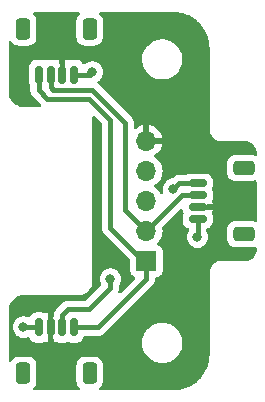
<source format=gbr>
%TF.GenerationSoftware,KiCad,Pcbnew,(6.99.0-2504-g6a9c6e8599)*%
%TF.CreationDate,2023-09-08T01:08:46-07:00*%
%TF.ProjectId,EZO_Qwiic,455a4f5f-5177-4696-9963-2e6b69636164,rev?*%
%TF.SameCoordinates,Original*%
%TF.FileFunction,Copper,L1,Top*%
%TF.FilePolarity,Positive*%
%FSLAX46Y46*%
G04 Gerber Fmt 4.6, Leading zero omitted, Abs format (unit mm)*
G04 Created by KiCad (PCBNEW (6.99.0-2504-g6a9c6e8599)) date 2023-09-08 01:08:46*
%MOMM*%
%LPD*%
G01*
G04 APERTURE LIST*
G04 Aperture macros list*
%AMRoundRect*
0 Rectangle with rounded corners*
0 $1 Rounding radius*
0 $2 $3 $4 $5 $6 $7 $8 $9 X,Y pos of 4 corners*
0 Add a 4 corners polygon primitive as box body*
4,1,4,$2,$3,$4,$5,$6,$7,$8,$9,$2,$3,0*
0 Add four circle primitives for the rounded corners*
1,1,$1+$1,$2,$3*
1,1,$1+$1,$4,$5*
1,1,$1+$1,$6,$7*
1,1,$1+$1,$8,$9*
0 Add four rect primitives between the rounded corners*
20,1,$1+$1,$2,$3,$4,$5,0*
20,1,$1+$1,$4,$5,$6,$7,0*
20,1,$1+$1,$6,$7,$8,$9,0*
20,1,$1+$1,$8,$9,$2,$3,0*%
G04 Aperture macros list end*
%TA.AperFunction,ComponentPad*%
%ADD10R,1.700000X1.700000*%
%TD*%
%TA.AperFunction,ComponentPad*%
%ADD11O,1.700000X1.700000*%
%TD*%
%TA.AperFunction,SMDPad,CuDef*%
%ADD12RoundRect,0.150000X0.625000X-0.150000X0.625000X0.150000X-0.625000X0.150000X-0.625000X-0.150000X0*%
%TD*%
%TA.AperFunction,SMDPad,CuDef*%
%ADD13RoundRect,0.250000X0.650000X-0.350000X0.650000X0.350000X-0.650000X0.350000X-0.650000X-0.350000X0*%
%TD*%
%TA.AperFunction,SMDPad,CuDef*%
%ADD14RoundRect,0.150000X-0.150000X-0.625000X0.150000X-0.625000X0.150000X0.625000X-0.150000X0.625000X0*%
%TD*%
%TA.AperFunction,SMDPad,CuDef*%
%ADD15RoundRect,0.250000X-0.350000X-0.650000X0.350000X-0.650000X0.350000X0.650000X-0.350000X0.650000X0*%
%TD*%
%TA.AperFunction,SMDPad,CuDef*%
%ADD16RoundRect,0.150000X0.150000X0.625000X-0.150000X0.625000X-0.150000X-0.625000X0.150000X-0.625000X0*%
%TD*%
%TA.AperFunction,SMDPad,CuDef*%
%ADD17RoundRect,0.250000X0.350000X0.650000X-0.350000X0.650000X-0.350000X-0.650000X0.350000X-0.650000X0*%
%TD*%
%TA.AperFunction,ViaPad*%
%ADD18C,0.800000*%
%TD*%
%TA.AperFunction,Conductor*%
%ADD19C,0.406400*%
%TD*%
G04 APERTURE END LIST*
D10*
%TO.P,J1,1,Pin_1*%
%TO.N,/SCL*%
X157479999Y-88894999D03*
D11*
%TO.P,J1,2,Pin_2*%
%TO.N,/SDA*%
X157479999Y-86354999D03*
%TO.P,J1,3,Pin_3*%
%TO.N,GND*%
X157479999Y-83814999D03*
%TO.P,J1,4,Pin_4*%
%TO.N,/OFF*%
X157479999Y-81274999D03*
%TO.P,J1,5,Pin_5*%
%TO.N,VCC*%
X157479999Y-78734999D03*
%TD*%
D12*
%TO.P,J4,1,Pin_1*%
%TO.N,GND*%
X161830000Y-85320000D03*
%TO.P,J4,2,Pin_2*%
%TO.N,VCC*%
X161830000Y-84320000D03*
%TO.P,J4,3,Pin_3*%
%TO.N,/SDA*%
X161830000Y-83320000D03*
%TO.P,J4,4,Pin_4*%
%TO.N,/SCL*%
X161830000Y-82320000D03*
D13*
%TO.P,J4,MP*%
%TO.N,N/C*%
X165705000Y-81020000D03*
X165705000Y-86620000D03*
%TD*%
D14*
%TO.P,J3,1,Pin_1*%
%TO.N,GND*%
X148360000Y-94520000D03*
%TO.P,J3,2,Pin_2*%
%TO.N,VCC*%
X149360000Y-94520000D03*
%TO.P,J3,3,Pin_3*%
%TO.N,/SDA*%
X150360000Y-94520000D03*
%TO.P,J3,4,Pin_4*%
%TO.N,/SCL*%
X151360000Y-94520000D03*
D15*
%TO.P,J3,MP*%
%TO.N,N/C*%
X152660000Y-98395000D03*
X147060000Y-98395000D03*
%TD*%
D16*
%TO.P,J2,1,Pin_1*%
%TO.N,GND*%
X151360000Y-73120000D03*
%TO.P,J2,2,Pin_2*%
%TO.N,VCC*%
X150360000Y-73120000D03*
%TO.P,J2,3,Pin_3*%
%TO.N,/SDA*%
X149360000Y-73120000D03*
%TO.P,J2,4,Pin_4*%
%TO.N,/SCL*%
X148360000Y-73120000D03*
D17*
%TO.P,J2,MP*%
%TO.N,N/C*%
X147060000Y-69245000D03*
X152660000Y-69245000D03*
%TD*%
D18*
%TO.N,/SDA*%
X154432000Y-90424000D03*
%TO.N,GND*%
X147066000Y-94488000D03*
X152908000Y-72898000D03*
%TO.N,/SCL*%
X159766000Y-82804000D03*
%TO.N,GND*%
X161798000Y-86868000D03*
%TD*%
D19*
%TO.N,/SDA*%
X154432000Y-91186000D02*
X154432000Y-90424000D01*
X150876000Y-92964000D02*
X150368000Y-93472000D01*
X154432000Y-91186000D02*
X152654000Y-92964000D01*
X152654000Y-92964000D02*
X150876000Y-92964000D01*
X150368000Y-93472000D02*
X150368000Y-93954657D01*
X150368000Y-93954657D02*
X150360000Y-93962657D01*
X150360000Y-93962657D02*
X150360000Y-94520000D01*
%TO.N,GND*%
X147098000Y-94520000D02*
X147066000Y-94488000D01*
X148360000Y-94520000D02*
X147098000Y-94520000D01*
X152686000Y-73120000D02*
X152908000Y-72898000D01*
X151360000Y-73120000D02*
X152686000Y-73120000D01*
%TO.N,/SCL*%
X160250000Y-82320000D02*
X159766000Y-82804000D01*
X161830000Y-82320000D02*
X160250000Y-82320000D01*
%TO.N,/SDA*%
X157480000Y-86355000D02*
X160515000Y-83320000D01*
X160515000Y-83320000D02*
X161830000Y-83320000D01*
%TO.N,GND*%
X161830000Y-86836000D02*
X161798000Y-86868000D01*
X161830000Y-85320000D02*
X161830000Y-86836000D01*
%TO.N,/SCL*%
X153384000Y-94520000D02*
X157480000Y-90424000D01*
X151360000Y-94520000D02*
X153384000Y-94520000D01*
X157480000Y-90424000D02*
X157480000Y-88895000D01*
X148360000Y-73120000D02*
X148360000Y-74446000D01*
X148360000Y-74446000D02*
X149098000Y-75184000D01*
X149098000Y-75184000D02*
X152654000Y-75184000D01*
X152654000Y-75184000D02*
X154432000Y-76962000D01*
X154432000Y-76962000D02*
X154432000Y-86106000D01*
X154432000Y-86106000D02*
X157221000Y-88895000D01*
X157221000Y-88895000D02*
X157480000Y-88895000D01*
%TO.N,/SDA*%
X149360000Y-73120000D02*
X149360000Y-74176000D01*
X155702000Y-77216000D02*
X155702000Y-84577000D01*
X149360000Y-74176000D02*
X149606000Y-74422000D01*
X149606000Y-74422000D02*
X152908000Y-74422000D01*
X152908000Y-74422000D02*
X155702000Y-77216000D01*
X155702000Y-84577000D02*
X157480000Y-86355000D01*
%TD*%
%TA.AperFunction,Conductor*%
%TO.N,VCC*%
G36*
X151775749Y-67840502D02*
G01*
X151822242Y-67894158D01*
X151832346Y-67964432D01*
X151802852Y-68029012D01*
X151796723Y-68035595D01*
X151710970Y-68121348D01*
X151707117Y-68127595D01*
X151707116Y-68127596D01*
X151672431Y-68183829D01*
X151617885Y-68272262D01*
X151615578Y-68279225D01*
X151568232Y-68422109D01*
X151562113Y-68440574D01*
X151561415Y-68447408D01*
X151561414Y-68447412D01*
X151551825Y-68541270D01*
X151551500Y-68544455D01*
X151551501Y-69945544D01*
X151562113Y-70049426D01*
X151617885Y-70217738D01*
X151633210Y-70242584D01*
X151695404Y-70343415D01*
X151710970Y-70368652D01*
X151836348Y-70494030D01*
X151987262Y-70587115D01*
X152050807Y-70608171D01*
X152149048Y-70640725D01*
X152149052Y-70640726D01*
X152155574Y-70642887D01*
X152162408Y-70643585D01*
X152162412Y-70643586D01*
X152256271Y-70653175D01*
X152256277Y-70653175D01*
X152259455Y-70653500D01*
X152659937Y-70653500D01*
X153060544Y-70653499D01*
X153063721Y-70653174D01*
X153063730Y-70653174D01*
X153112467Y-70648195D01*
X153164426Y-70642887D01*
X153332738Y-70587115D01*
X153483652Y-70494030D01*
X153609030Y-70368652D01*
X153624597Y-70343415D01*
X153686790Y-70242584D01*
X153702115Y-70217738D01*
X153757887Y-70049426D01*
X153758611Y-70042348D01*
X153768175Y-69948729D01*
X153768175Y-69948723D01*
X153768500Y-69945545D01*
X153768499Y-68544456D01*
X153767906Y-68538644D01*
X153760353Y-68464716D01*
X153757887Y-68440574D01*
X153702115Y-68272262D01*
X153647569Y-68183829D01*
X153612884Y-68127596D01*
X153612883Y-68127595D01*
X153609030Y-68121348D01*
X153523277Y-68035595D01*
X153489251Y-67973283D01*
X153494316Y-67902468D01*
X153536863Y-67845632D01*
X153603383Y-67820821D01*
X153612372Y-67820500D01*
X159814109Y-67820500D01*
X159820703Y-67820673D01*
X159890711Y-67824342D01*
X159950898Y-67827496D01*
X160131186Y-67837621D01*
X160143828Y-67838974D01*
X160292411Y-67862507D01*
X160293766Y-67862730D01*
X160316135Y-67866530D01*
X160452609Y-67889719D01*
X160464114Y-67892232D01*
X160613014Y-67932129D01*
X160615285Y-67932761D01*
X160766473Y-67976318D01*
X160776745Y-67979762D01*
X160922066Y-68035545D01*
X160925130Y-68036767D01*
X161069064Y-68096386D01*
X161078049Y-68100528D01*
X161217489Y-68171577D01*
X161221234Y-68173566D01*
X161356854Y-68248520D01*
X161364514Y-68253116D01*
X161496217Y-68338645D01*
X161500398Y-68341484D01*
X161614028Y-68422109D01*
X161626454Y-68430926D01*
X161632835Y-68435765D01*
X161754988Y-68534682D01*
X161759645Y-68538644D01*
X161769734Y-68547660D01*
X161874744Y-68641503D01*
X161879879Y-68646359D01*
X161991044Y-68757524D01*
X161995900Y-68762659D01*
X162098751Y-68877749D01*
X162102720Y-68882415D01*
X162201635Y-69004565D01*
X162206476Y-69010947D01*
X162295878Y-69136948D01*
X162298789Y-69141235D01*
X162384284Y-69272885D01*
X162388890Y-69280561D01*
X162463827Y-69416149D01*
X162465806Y-69419877D01*
X162527082Y-69540139D01*
X162536881Y-69559370D01*
X162541023Y-69568355D01*
X162600603Y-69712196D01*
X162601825Y-69715258D01*
X162628642Y-69785117D01*
X162657653Y-69860694D01*
X162661090Y-69870943D01*
X162704633Y-70022083D01*
X162705228Y-70024224D01*
X162730757Y-70119500D01*
X162745175Y-70173309D01*
X162747688Y-70184814D01*
X162761949Y-70268744D01*
X162774636Y-70343415D01*
X162774853Y-70344735D01*
X162777651Y-70362404D01*
X162798430Y-70493602D01*
X162799783Y-70506247D01*
X162809867Y-70685811D01*
X162809892Y-70686282D01*
X162816730Y-70816757D01*
X162816903Y-70823351D01*
X162816903Y-77739986D01*
X162816902Y-77740000D01*
X162816900Y-77740000D01*
X162816900Y-77827533D01*
X162847300Y-77999938D01*
X162849182Y-78005108D01*
X162849182Y-78005109D01*
X162877200Y-78082087D01*
X162907176Y-78164446D01*
X162994708Y-78316056D01*
X163107238Y-78450164D01*
X163241346Y-78562693D01*
X163392957Y-78650226D01*
X163557465Y-78710101D01*
X163562874Y-78711055D01*
X163562875Y-78711055D01*
X163623608Y-78721764D01*
X163729870Y-78740500D01*
X165811896Y-78740500D01*
X165822879Y-78740980D01*
X165862229Y-78744423D01*
X165863596Y-78744550D01*
X165988997Y-78756901D01*
X166009259Y-78760587D01*
X166044015Y-78769900D01*
X166073785Y-78777877D01*
X166077750Y-78779010D01*
X166168814Y-78806634D01*
X166185489Y-78813014D01*
X166251232Y-78843671D01*
X166257377Y-78846743D01*
X166336329Y-78888944D01*
X166349203Y-78896853D01*
X166410251Y-78939599D01*
X166417914Y-78945413D01*
X166485769Y-79001100D01*
X166494931Y-79009404D01*
X166547998Y-79062471D01*
X166556303Y-79071633D01*
X166611988Y-79139486D01*
X166617800Y-79147147D01*
X166660553Y-79208203D01*
X166668458Y-79221072D01*
X166706344Y-79291950D01*
X166710651Y-79300008D01*
X166713724Y-79306154D01*
X166744390Y-79371917D01*
X166750769Y-79388591D01*
X166778381Y-79479615D01*
X166779514Y-79483581D01*
X166796818Y-79548163D01*
X166800503Y-79568419D01*
X166801231Y-79575799D01*
X166812835Y-79693616D01*
X166812942Y-79694765D01*
X166816425Y-79734570D01*
X166816903Y-79745530D01*
X166816903Y-79849510D01*
X166796901Y-79917631D01*
X166743245Y-79964124D01*
X166672971Y-79974228D01*
X166651271Y-79969115D01*
X166515952Y-79924275D01*
X166515948Y-79924274D01*
X166509426Y-79922113D01*
X166502592Y-79921415D01*
X166502588Y-79921414D01*
X166408729Y-79911825D01*
X166408723Y-79911825D01*
X166405545Y-79911500D01*
X165705110Y-79911500D01*
X165004456Y-79911501D01*
X165001279Y-79911826D01*
X165001270Y-79911826D01*
X164955520Y-79916500D01*
X164900574Y-79922113D01*
X164732262Y-79977885D01*
X164581348Y-80070970D01*
X164455970Y-80196348D01*
X164362885Y-80347262D01*
X164307113Y-80515574D01*
X164296500Y-80619455D01*
X164296501Y-81420544D01*
X164307113Y-81524426D01*
X164362885Y-81692738D01*
X164397373Y-81748651D01*
X164450429Y-81834668D01*
X164455970Y-81843652D01*
X164581348Y-81969030D01*
X164732262Y-82062115D01*
X164758729Y-82070885D01*
X164894048Y-82115725D01*
X164894052Y-82115726D01*
X164900574Y-82117887D01*
X164907408Y-82118585D01*
X164907412Y-82118586D01*
X165001271Y-82128175D01*
X165001277Y-82128175D01*
X165004455Y-82128500D01*
X165704890Y-82128500D01*
X166405544Y-82128499D01*
X166408721Y-82128174D01*
X166408730Y-82128174D01*
X166464239Y-82122503D01*
X166509426Y-82117887D01*
X166651271Y-82070885D01*
X166722225Y-82068445D01*
X166783235Y-82104754D01*
X166814931Y-82168283D01*
X166816903Y-82190490D01*
X166816903Y-85449510D01*
X166796901Y-85517631D01*
X166743245Y-85564124D01*
X166672971Y-85574228D01*
X166651271Y-85569115D01*
X166515952Y-85524275D01*
X166515948Y-85524274D01*
X166509426Y-85522113D01*
X166502592Y-85521415D01*
X166502588Y-85521414D01*
X166408729Y-85511825D01*
X166408723Y-85511825D01*
X166405545Y-85511500D01*
X165705110Y-85511500D01*
X165004456Y-85511501D01*
X165001279Y-85511826D01*
X165001270Y-85511826D01*
X164952533Y-85516805D01*
X164900574Y-85522113D01*
X164732262Y-85577885D01*
X164581348Y-85670970D01*
X164455970Y-85796348D01*
X164362885Y-85947262D01*
X164360578Y-85954225D01*
X164310900Y-86104146D01*
X164307113Y-86115574D01*
X164306415Y-86122408D01*
X164306414Y-86122412D01*
X164297144Y-86213147D01*
X164296500Y-86219455D01*
X164296501Y-87020544D01*
X164307113Y-87124426D01*
X164362885Y-87292738D01*
X164455970Y-87443652D01*
X164581348Y-87569030D01*
X164587595Y-87572883D01*
X164587596Y-87572884D01*
X164630765Y-87599511D01*
X164732262Y-87662115D01*
X164795807Y-87683171D01*
X164894048Y-87715725D01*
X164894052Y-87715726D01*
X164900574Y-87717887D01*
X164907408Y-87718585D01*
X164907412Y-87718586D01*
X165001271Y-87728175D01*
X165001277Y-87728175D01*
X165004455Y-87728500D01*
X165704890Y-87728500D01*
X166405544Y-87728499D01*
X166408721Y-87728174D01*
X166408730Y-87728174D01*
X166457467Y-87723195D01*
X166509426Y-87717887D01*
X166651271Y-87670885D01*
X166722225Y-87668445D01*
X166783235Y-87704754D01*
X166814931Y-87768283D01*
X166816903Y-87790490D01*
X166816903Y-87894504D01*
X166816425Y-87905466D01*
X166812971Y-87944940D01*
X166812871Y-87946010D01*
X166800502Y-88071599D01*
X166796818Y-88091850D01*
X166779541Y-88156330D01*
X166778409Y-88160292D01*
X166750765Y-88251426D01*
X166744388Y-88268095D01*
X166713744Y-88333809D01*
X166710679Y-88339939D01*
X166668445Y-88418951D01*
X166660542Y-88431817D01*
X166617825Y-88492824D01*
X166612021Y-88500474D01*
X166556280Y-88568395D01*
X166547975Y-88577557D01*
X166494960Y-88630572D01*
X166485798Y-88638877D01*
X166417878Y-88694617D01*
X166410216Y-88700430D01*
X166349230Y-88743133D01*
X166336356Y-88751042D01*
X166310073Y-88765091D01*
X166257310Y-88793293D01*
X166251171Y-88796362D01*
X166185514Y-88826978D01*
X166168841Y-88833357D01*
X166077626Y-88861027D01*
X166073705Y-88862148D01*
X166009275Y-88879412D01*
X165989018Y-88883097D01*
X165952946Y-88886650D01*
X165863258Y-88895484D01*
X165862001Y-88895601D01*
X165822912Y-88899021D01*
X165811931Y-88899500D01*
X163817304Y-88899500D01*
X163817300Y-88899502D01*
X163817288Y-88899503D01*
X163817154Y-88899503D01*
X163735375Y-88899502D01*
X163729871Y-88899502D01*
X163632119Y-88916739D01*
X163562880Y-88928947D01*
X163562876Y-88928948D01*
X163557466Y-88929902D01*
X163392958Y-88989777D01*
X163388199Y-88992525D01*
X163388196Y-88992526D01*
X163315653Y-89034409D01*
X163241348Y-89077309D01*
X163107240Y-89189838D01*
X162994711Y-89323945D01*
X162907178Y-89475556D01*
X162905297Y-89480724D01*
X162849916Y-89632882D01*
X162847302Y-89640063D01*
X162816903Y-89812468D01*
X162816903Y-96816706D01*
X162816730Y-96823300D01*
X162809937Y-96952919D01*
X162809912Y-96953390D01*
X162808034Y-96986826D01*
X162804109Y-97056736D01*
X162799782Y-97133781D01*
X162798429Y-97146427D01*
X162774904Y-97294958D01*
X162774675Y-97296352D01*
X162769619Y-97326111D01*
X162747681Y-97455228D01*
X162745174Y-97466706D01*
X162705272Y-97615621D01*
X162704659Y-97617825D01*
X162661081Y-97769085D01*
X162657637Y-97779357D01*
X162601877Y-97924617D01*
X162600655Y-97927681D01*
X162541010Y-98071676D01*
X162536868Y-98080661D01*
X162465849Y-98220043D01*
X162463860Y-98223788D01*
X162388870Y-98359474D01*
X162384265Y-98367150D01*
X162298834Y-98498703D01*
X162295921Y-98502992D01*
X162206440Y-98629103D01*
X162201600Y-98635484D01*
X162102770Y-98757529D01*
X162098801Y-98762195D01*
X161995866Y-98877379D01*
X161991010Y-98882514D01*
X161879916Y-98993608D01*
X161874780Y-98998464D01*
X161759604Y-99101391D01*
X161754940Y-99105360D01*
X161632891Y-99204194D01*
X161626509Y-99209034D01*
X161500367Y-99298537D01*
X161496091Y-99301441D01*
X161436891Y-99339886D01*
X161364565Y-99386855D01*
X161356889Y-99391460D01*
X161221160Y-99466474D01*
X161217415Y-99468463D01*
X161078076Y-99539460D01*
X161069091Y-99543602D01*
X160925051Y-99603265D01*
X160921988Y-99604487D01*
X160868408Y-99625055D01*
X160776767Y-99660233D01*
X160766511Y-99663672D01*
X160615111Y-99707290D01*
X160612875Y-99707911D01*
X160583269Y-99715844D01*
X160464144Y-99747763D01*
X160452639Y-99750276D01*
X160293526Y-99777311D01*
X160292131Y-99777540D01*
X160143859Y-99801024D01*
X160131212Y-99802377D01*
X159950090Y-99812548D01*
X159949621Y-99812573D01*
X159820761Y-99819327D01*
X159814166Y-99819500D01*
X153612372Y-99819500D01*
X153544251Y-99799498D01*
X153497758Y-99745842D01*
X153487654Y-99675568D01*
X153517148Y-99610988D01*
X153523277Y-99604405D01*
X153609030Y-99518652D01*
X153702115Y-99367738D01*
X153724080Y-99301450D01*
X153755725Y-99205952D01*
X153755726Y-99205948D01*
X153757887Y-99199426D01*
X153760359Y-99175236D01*
X153768175Y-99098729D01*
X153768175Y-99098723D01*
X153768500Y-99095545D01*
X153768499Y-97694456D01*
X153757887Y-97590574D01*
X153702115Y-97422262D01*
X153609030Y-97271348D01*
X153483652Y-97145970D01*
X153332738Y-97052885D01*
X153269193Y-97031829D01*
X153170952Y-96999275D01*
X153170948Y-96999274D01*
X153164426Y-96997113D01*
X153157592Y-96996415D01*
X153157588Y-96996414D01*
X153063729Y-96986825D01*
X153063723Y-96986825D01*
X153060545Y-96986500D01*
X152660063Y-96986500D01*
X152259456Y-96986501D01*
X152256279Y-96986826D01*
X152256270Y-96986826D01*
X152207533Y-96991805D01*
X152155574Y-96997113D01*
X151987262Y-97052885D01*
X151836348Y-97145970D01*
X151710970Y-97271348D01*
X151617885Y-97422262D01*
X151562113Y-97590574D01*
X151561415Y-97597408D01*
X151561414Y-97597412D01*
X151559561Y-97615554D01*
X151551500Y-97694455D01*
X151551501Y-99095544D01*
X151551826Y-99098721D01*
X151551826Y-99098730D01*
X151556805Y-99147467D01*
X151562113Y-99199426D01*
X151617885Y-99367738D01*
X151710970Y-99518652D01*
X151796723Y-99604405D01*
X151830749Y-99666717D01*
X151825684Y-99737532D01*
X151783137Y-99794368D01*
X151716617Y-99819179D01*
X151707628Y-99819500D01*
X148012372Y-99819500D01*
X147944251Y-99799498D01*
X147897758Y-99745842D01*
X147887654Y-99675568D01*
X147917148Y-99610988D01*
X147923277Y-99604405D01*
X148009030Y-99518652D01*
X148102115Y-99367738D01*
X148124080Y-99301450D01*
X148155725Y-99205952D01*
X148155726Y-99205948D01*
X148157887Y-99199426D01*
X148160359Y-99175236D01*
X148168175Y-99098729D01*
X148168175Y-99098723D01*
X148168500Y-99095545D01*
X148168499Y-97694456D01*
X148157887Y-97590574D01*
X148102115Y-97422262D01*
X148009030Y-97271348D01*
X147883652Y-97145970D01*
X147732738Y-97052885D01*
X147669193Y-97031829D01*
X147570952Y-96999275D01*
X147570948Y-96999274D01*
X147564426Y-96997113D01*
X147557592Y-96996415D01*
X147557588Y-96996414D01*
X147463729Y-96986825D01*
X147463723Y-96986825D01*
X147460545Y-96986500D01*
X147060063Y-96986500D01*
X146659456Y-96986501D01*
X146656279Y-96986826D01*
X146656270Y-96986826D01*
X146607533Y-96991805D01*
X146555574Y-96997113D01*
X146387262Y-97052885D01*
X146236348Y-97145970D01*
X146110970Y-97271348D01*
X146107117Y-97277595D01*
X146107116Y-97277596D01*
X146051145Y-97368339D01*
X145998359Y-97415817D01*
X145928284Y-97427220D01*
X145863168Y-97398927D01*
X145823686Y-97339922D01*
X145817904Y-97302192D01*
X145817904Y-95820000D01*
X157112135Y-95820000D01*
X157131181Y-96074157D01*
X157187895Y-96322637D01*
X157281010Y-96559888D01*
X157408444Y-96780612D01*
X157411376Y-96784289D01*
X157411379Y-96784293D01*
X157564418Y-96976197D01*
X157567353Y-96979877D01*
X157754186Y-97153232D01*
X157758085Y-97155890D01*
X157957443Y-97291810D01*
X157964769Y-97296805D01*
X158194399Y-97407389D01*
X158258690Y-97427220D01*
X158433438Y-97481123D01*
X158433441Y-97481124D01*
X158437945Y-97482513D01*
X158535245Y-97497179D01*
X158685308Y-97519798D01*
X158685313Y-97519798D01*
X158689968Y-97520500D01*
X158944838Y-97520500D01*
X158949493Y-97519798D01*
X158949498Y-97519798D01*
X159099561Y-97497179D01*
X159196861Y-97482513D01*
X159201365Y-97481124D01*
X159201368Y-97481123D01*
X159376116Y-97427220D01*
X159440407Y-97407389D01*
X159670037Y-97296805D01*
X159677364Y-97291810D01*
X159876721Y-97155890D01*
X159880620Y-97153232D01*
X160067453Y-96979877D01*
X160070388Y-96976197D01*
X160223427Y-96784293D01*
X160223430Y-96784289D01*
X160226362Y-96780612D01*
X160353796Y-96559888D01*
X160446911Y-96322637D01*
X160503625Y-96074157D01*
X160522671Y-95820000D01*
X160517434Y-95750109D01*
X160503978Y-95570548D01*
X160503977Y-95570543D01*
X160503625Y-95565843D01*
X160500422Y-95551807D01*
X160447961Y-95321963D01*
X160447961Y-95321962D01*
X160446911Y-95317363D01*
X160407166Y-95216094D01*
X160374762Y-95133533D01*
X160353796Y-95080112D01*
X160226362Y-94859388D01*
X160223430Y-94855711D01*
X160223427Y-94855707D01*
X160070388Y-94663803D01*
X160070386Y-94663801D01*
X160067453Y-94660123D01*
X159880620Y-94486768D01*
X159766791Y-94409161D01*
X159673933Y-94345851D01*
X159673931Y-94345850D01*
X159670037Y-94343195D01*
X159440407Y-94232611D01*
X159318634Y-94195049D01*
X159201368Y-94158877D01*
X159201365Y-94158876D01*
X159196861Y-94157487D01*
X159099561Y-94142821D01*
X158949498Y-94120202D01*
X158949493Y-94120202D01*
X158944838Y-94119500D01*
X158689968Y-94119500D01*
X158685313Y-94120202D01*
X158685308Y-94120202D01*
X158535245Y-94142821D01*
X158437945Y-94157487D01*
X158433441Y-94158876D01*
X158433438Y-94158877D01*
X158316172Y-94195049D01*
X158194399Y-94232611D01*
X157964769Y-94343195D01*
X157960875Y-94345850D01*
X157960873Y-94345851D01*
X157868015Y-94409161D01*
X157754186Y-94486768D01*
X157567353Y-94660123D01*
X157564420Y-94663801D01*
X157564418Y-94663803D01*
X157411379Y-94855707D01*
X157411376Y-94855711D01*
X157408444Y-94859388D01*
X157281010Y-95080112D01*
X157260044Y-95133533D01*
X157227641Y-95216094D01*
X157187895Y-95317363D01*
X157186845Y-95321962D01*
X157186845Y-95321963D01*
X157134385Y-95551807D01*
X157131181Y-95565843D01*
X157130829Y-95570543D01*
X157130828Y-95570548D01*
X157117372Y-95750109D01*
X157112135Y-95820000D01*
X145817904Y-95820000D01*
X145817904Y-94488000D01*
X146152496Y-94488000D01*
X146153186Y-94494565D01*
X146170587Y-94660123D01*
X146172458Y-94677928D01*
X146231473Y-94859556D01*
X146326960Y-95024944D01*
X146331378Y-95029851D01*
X146331379Y-95029852D01*
X146439994Y-95150481D01*
X146454747Y-95166866D01*
X146543983Y-95231700D01*
X146576064Y-95255008D01*
X146609248Y-95279118D01*
X146615276Y-95281802D01*
X146615278Y-95281803D01*
X146751782Y-95342578D01*
X146783712Y-95356794D01*
X146877113Y-95376647D01*
X146964056Y-95395128D01*
X146964061Y-95395128D01*
X146970513Y-95396500D01*
X147161487Y-95396500D01*
X147167939Y-95395128D01*
X147167944Y-95395128D01*
X147254887Y-95376647D01*
X147348288Y-95356794D01*
X147354315Y-95354111D01*
X147354323Y-95354108D01*
X147426652Y-95321905D01*
X147497019Y-95312471D01*
X147561316Y-95342578D01*
X147594110Y-95394311D01*
X147595495Y-95393712D01*
X147598642Y-95400984D01*
X147600855Y-95408601D01*
X147632772Y-95462570D01*
X147681509Y-95544980D01*
X147681511Y-95544983D01*
X147685547Y-95551807D01*
X147803193Y-95669453D01*
X147810017Y-95673489D01*
X147810020Y-95673491D01*
X147894125Y-95723230D01*
X147946399Y-95754145D01*
X147954010Y-95756356D01*
X147954012Y-95756357D01*
X148006231Y-95771528D01*
X148106169Y-95800562D01*
X148112574Y-95801066D01*
X148112579Y-95801067D01*
X148141042Y-95803307D01*
X148141050Y-95803307D01*
X148143498Y-95803500D01*
X148576502Y-95803500D01*
X148578950Y-95803307D01*
X148578958Y-95803307D01*
X148607421Y-95801067D01*
X148607426Y-95801066D01*
X148613831Y-95800562D01*
X148713769Y-95771528D01*
X148765988Y-95756357D01*
X148765990Y-95756356D01*
X148773601Y-95754145D01*
X148796351Y-95740690D01*
X148865165Y-95723230D01*
X148924630Y-95740689D01*
X148939779Y-95749648D01*
X148954210Y-95755893D01*
X149088605Y-95794939D01*
X149102706Y-95794899D01*
X149106000Y-95787630D01*
X149106000Y-95462570D01*
X149116115Y-95413725D01*
X149119145Y-95408601D01*
X149121355Y-95400993D01*
X149121357Y-95400989D01*
X149163767Y-95255008D01*
X149165562Y-95248831D01*
X149166806Y-95233034D01*
X149168307Y-95213958D01*
X149168307Y-95213950D01*
X149168500Y-95211502D01*
X149168500Y-93828498D01*
X149168307Y-93826042D01*
X149166067Y-93797579D01*
X149166066Y-93797574D01*
X149165562Y-93791169D01*
X149139297Y-93700763D01*
X149121357Y-93639011D01*
X149121355Y-93639007D01*
X149119145Y-93631399D01*
X149116115Y-93626275D01*
X149106000Y-93577430D01*
X149106000Y-93258122D01*
X149102027Y-93244591D01*
X149094129Y-93243456D01*
X148954210Y-93284107D01*
X148939779Y-93290352D01*
X148924630Y-93299311D01*
X148855814Y-93316770D01*
X148796352Y-93299310D01*
X148773601Y-93285855D01*
X148765990Y-93283644D01*
X148765988Y-93283643D01*
X148713769Y-93268472D01*
X148613831Y-93239438D01*
X148607426Y-93238934D01*
X148607421Y-93238933D01*
X148578958Y-93236693D01*
X148578950Y-93236693D01*
X148576502Y-93236500D01*
X148143498Y-93236500D01*
X148141050Y-93236693D01*
X148141042Y-93236693D01*
X148112579Y-93238933D01*
X148112574Y-93238934D01*
X148106169Y-93239438D01*
X148006231Y-93268472D01*
X147954012Y-93283643D01*
X147954010Y-93283644D01*
X147946399Y-93285855D01*
X147939572Y-93289892D01*
X147939573Y-93289892D01*
X147810020Y-93366509D01*
X147810017Y-93366511D01*
X147803193Y-93370547D01*
X147685547Y-93488193D01*
X147620130Y-93598807D01*
X147611067Y-93614132D01*
X147559174Y-93662584D01*
X147489324Y-93675289D01*
X147451367Y-93665100D01*
X147348288Y-93619206D01*
X147252319Y-93598807D01*
X147167944Y-93580872D01*
X147167939Y-93580872D01*
X147161487Y-93579500D01*
X146970513Y-93579500D01*
X146964061Y-93580872D01*
X146964056Y-93580872D01*
X146879681Y-93598807D01*
X146783712Y-93619206D01*
X146777682Y-93621891D01*
X146777681Y-93621891D01*
X146615278Y-93694197D01*
X146615276Y-93694198D01*
X146609248Y-93696882D01*
X146454747Y-93809134D01*
X146450326Y-93814044D01*
X146450325Y-93814045D01*
X146435088Y-93830968D01*
X146326960Y-93951056D01*
X146231473Y-94116444D01*
X146172458Y-94298072D01*
X146152496Y-94488000D01*
X145817904Y-94488000D01*
X145817904Y-92816554D01*
X145819989Y-92793728D01*
X145837254Y-92700002D01*
X145847469Y-92668530D01*
X145925060Y-92506053D01*
X145933641Y-92490882D01*
X145975612Y-92427372D01*
X145985465Y-92412463D01*
X145992630Y-92402679D01*
X146037404Y-92347341D01*
X146115417Y-92250922D01*
X146124646Y-92240711D01*
X146265802Y-92100776D01*
X146276139Y-92091597D01*
X146428614Y-91970491D01*
X146436077Y-91964999D01*
X146459941Y-91948754D01*
X146470294Y-91942414D01*
X146635914Y-91851672D01*
X146649974Y-91845061D01*
X146663023Y-91839882D01*
X146683541Y-91833699D01*
X146804616Y-91808204D01*
X146830579Y-91805500D01*
X151897349Y-91805500D01*
X151897396Y-91805510D01*
X151897450Y-91805500D01*
X151897502Y-91805500D01*
X151897544Y-91805483D01*
X151908512Y-91803463D01*
X151908519Y-91803462D01*
X152006706Y-91785375D01*
X152019029Y-91783105D01*
X152019096Y-91783101D01*
X152019125Y-91783087D01*
X152019158Y-91783081D01*
X152019215Y-91783044D01*
X152030464Y-91777672D01*
X152030467Y-91777671D01*
X152183779Y-91704454D01*
X152204635Y-91694494D01*
X152204672Y-91694487D01*
X152204729Y-91694449D01*
X152204784Y-91694423D01*
X152204806Y-91694398D01*
X152210570Y-91690589D01*
X152210577Y-91690585D01*
X152295509Y-91634459D01*
X152295808Y-91634912D01*
X152295866Y-91634870D01*
X152295533Y-91634452D01*
X152295592Y-91634405D01*
X152295653Y-91634364D01*
X152295952Y-91634808D01*
X152296009Y-91634767D01*
X152295667Y-91634344D01*
X152347518Y-91592390D01*
X152457444Y-91503447D01*
X152457468Y-91503437D01*
X152457515Y-91503389D01*
X152457575Y-91503341D01*
X152457590Y-91503314D01*
X152607182Y-91352418D01*
X152607321Y-91352556D01*
X152607351Y-91352522D01*
X152607205Y-91352405D01*
X152607246Y-91352354D01*
X152607300Y-91352299D01*
X152607433Y-91352430D01*
X152607466Y-91352393D01*
X152607312Y-91352271D01*
X152612451Y-91345801D01*
X152612452Y-91345800D01*
X152735541Y-91190827D01*
X152736264Y-91191401D01*
X152736314Y-91191333D01*
X152735557Y-91190817D01*
X152735602Y-91190751D01*
X152735652Y-91190688D01*
X152736370Y-91191258D01*
X152736421Y-91191189D01*
X152735658Y-91190669D01*
X152757833Y-91158095D01*
X152757866Y-91158046D01*
X152757884Y-91158032D01*
X152757919Y-91157968D01*
X152757962Y-91157905D01*
X152758258Y-91158107D01*
X152758289Y-91158056D01*
X152757967Y-91157880D01*
X152758781Y-91156395D01*
X152758781Y-91156393D01*
X152855331Y-90980173D01*
X152855351Y-90980152D01*
X152855374Y-90980093D01*
X152855409Y-90980030D01*
X152855413Y-90979997D01*
X152867413Y-90949765D01*
X152867439Y-90949727D01*
X152867451Y-90949669D01*
X152867471Y-90949619D01*
X152867470Y-90949578D01*
X152870738Y-90934063D01*
X152895328Y-90817284D01*
X152897884Y-90805146D01*
X152897903Y-90805099D01*
X152897903Y-90805054D01*
X152897913Y-90805007D01*
X152897903Y-90804953D01*
X152897903Y-76835054D01*
X152897913Y-76835007D01*
X152897903Y-76834953D01*
X152897903Y-76834901D01*
X152897886Y-76834859D01*
X152880827Y-76742253D01*
X152888157Y-76671638D01*
X152932502Y-76616194D01*
X152999782Y-76593526D01*
X153068638Y-76610831D01*
X153093837Y-76630333D01*
X153683395Y-77219891D01*
X153717421Y-77282203D01*
X153720300Y-77308986D01*
X153720300Y-86080685D01*
X153720070Y-86088294D01*
X153717509Y-86130632D01*
X153716380Y-86149287D01*
X153726613Y-86205122D01*
X153727398Y-86209407D01*
X153728541Y-86216919D01*
X153735906Y-86277572D01*
X153738607Y-86284693D01*
X153738607Y-86284694D01*
X153739556Y-86287195D01*
X153745680Y-86309163D01*
X153747535Y-86319287D01*
X153765944Y-86360189D01*
X153772611Y-86375003D01*
X153775524Y-86382035D01*
X153797193Y-86439173D01*
X153801518Y-86445439D01*
X153801519Y-86445441D01*
X153803042Y-86447647D01*
X153814242Y-86467505D01*
X153818467Y-86476893D01*
X153823164Y-86482888D01*
X153823165Y-86482890D01*
X153856149Y-86524990D01*
X153860650Y-86531107D01*
X153895372Y-86581411D01*
X153901073Y-86586462D01*
X153901077Y-86586466D01*
X153941118Y-86621938D01*
X153946660Y-86627156D01*
X156084595Y-88765091D01*
X156118621Y-88827403D01*
X156121500Y-88854186D01*
X156121500Y-89793638D01*
X156121860Y-89796985D01*
X156121860Y-89796988D01*
X156123524Y-89812468D01*
X156128011Y-89854201D01*
X156179111Y-89991204D01*
X156184510Y-89998416D01*
X156184511Y-89998418D01*
X156224955Y-90052444D01*
X156266739Y-90108261D01*
X156383796Y-90195889D01*
X156392234Y-90199036D01*
X156392241Y-90199040D01*
X156431580Y-90213713D01*
X156488415Y-90256261D01*
X156513225Y-90322781D01*
X156498133Y-90392155D01*
X156476641Y-90420863D01*
X155291528Y-91605976D01*
X155229216Y-91640002D01*
X155158401Y-91634937D01*
X155101565Y-91592390D01*
X155076754Y-91525870D01*
X155084619Y-91472205D01*
X155088484Y-91462014D01*
X155091389Y-91455003D01*
X155113336Y-91406240D01*
X155113337Y-91406238D01*
X155116465Y-91399287D01*
X155118320Y-91389163D01*
X155124444Y-91367195D01*
X155125393Y-91364694D01*
X155125393Y-91364693D01*
X155128094Y-91357572D01*
X155129524Y-91345801D01*
X155135457Y-91296932D01*
X155136602Y-91289407D01*
X155146246Y-91236782D01*
X155147620Y-91229287D01*
X155145294Y-91190827D01*
X155143930Y-91168288D01*
X155143700Y-91160680D01*
X155143700Y-91038340D01*
X155167609Y-90964755D01*
X155171040Y-90960944D01*
X155174340Y-90955228D01*
X155174343Y-90955224D01*
X155263223Y-90801279D01*
X155263224Y-90801278D01*
X155266527Y-90795556D01*
X155325542Y-90613928D01*
X155328267Y-90588006D01*
X155344814Y-90430565D01*
X155345504Y-90424000D01*
X155325542Y-90234072D01*
X155266527Y-90052444D01*
X155171040Y-89887056D01*
X155108839Y-89817974D01*
X155047675Y-89750045D01*
X155047674Y-89750044D01*
X155043253Y-89745134D01*
X154888752Y-89632882D01*
X154882724Y-89630198D01*
X154882722Y-89630197D01*
X154720319Y-89557891D01*
X154720318Y-89557891D01*
X154714288Y-89555206D01*
X154620887Y-89535353D01*
X154533944Y-89516872D01*
X154533939Y-89516872D01*
X154527487Y-89515500D01*
X154336513Y-89515500D01*
X154330061Y-89516872D01*
X154330056Y-89516872D01*
X154243113Y-89535353D01*
X154149712Y-89555206D01*
X154143682Y-89557891D01*
X154143681Y-89557891D01*
X153981278Y-89630197D01*
X153981276Y-89630198D01*
X153975248Y-89632882D01*
X153820747Y-89745134D01*
X153816326Y-89750044D01*
X153816325Y-89750045D01*
X153755162Y-89817974D01*
X153692960Y-89887056D01*
X153597473Y-90052444D01*
X153538458Y-90234072D01*
X153518496Y-90424000D01*
X153519186Y-90430565D01*
X153535734Y-90588006D01*
X153538458Y-90613928D01*
X153597473Y-90795556D01*
X153626589Y-90845985D01*
X153629099Y-90850333D01*
X153645837Y-90919328D01*
X153622617Y-90986420D01*
X153609075Y-91002429D01*
X152396109Y-92215395D01*
X152333797Y-92249421D01*
X152307014Y-92252300D01*
X150901303Y-92252300D01*
X150893695Y-92252070D01*
X150840321Y-92248841D01*
X150840319Y-92248841D01*
X150832713Y-92248381D01*
X150825216Y-92249755D01*
X150825214Y-92249755D01*
X150772603Y-92259396D01*
X150765081Y-92260541D01*
X150711994Y-92266987D01*
X150711992Y-92266988D01*
X150704428Y-92267906D01*
X150694801Y-92271557D01*
X150672838Y-92277679D01*
X150662712Y-92279535D01*
X150655759Y-92282664D01*
X150655760Y-92282664D01*
X150606998Y-92304610D01*
X150599966Y-92307523D01*
X150542827Y-92329193D01*
X150536561Y-92333518D01*
X150536559Y-92333519D01*
X150534353Y-92335042D01*
X150514492Y-92346244D01*
X150512054Y-92347341D01*
X150512052Y-92347342D01*
X150505107Y-92350468D01*
X150499110Y-92355166D01*
X150499109Y-92355167D01*
X150457024Y-92388139D01*
X150450892Y-92392651D01*
X150430256Y-92406895D01*
X150400589Y-92427372D01*
X150395535Y-92433077D01*
X150360063Y-92473117D01*
X150354845Y-92478660D01*
X149882652Y-92950852D01*
X149877110Y-92956069D01*
X149831372Y-92996589D01*
X149796650Y-93046893D01*
X149792156Y-93053001D01*
X149754467Y-93101107D01*
X149750244Y-93110491D01*
X149739042Y-93130353D01*
X149733193Y-93138827D01*
X149730492Y-93145950D01*
X149723717Y-93163813D01*
X149680859Y-93220415D01*
X149618113Y-93243425D01*
X149618030Y-93243479D01*
X149614000Y-93252370D01*
X149614000Y-93577430D01*
X149603885Y-93626275D01*
X149600855Y-93631399D01*
X149598645Y-93639007D01*
X149598643Y-93639011D01*
X149580703Y-93700763D01*
X149554438Y-93791169D01*
X149553934Y-93797574D01*
X149553933Y-93797579D01*
X149551693Y-93826042D01*
X149551500Y-93828498D01*
X149551500Y-95211502D01*
X149551693Y-95213950D01*
X149551693Y-95213958D01*
X149553195Y-95233034D01*
X149554438Y-95248831D01*
X149556233Y-95255008D01*
X149598643Y-95400989D01*
X149598645Y-95400993D01*
X149600855Y-95408601D01*
X149603885Y-95413725D01*
X149614000Y-95462570D01*
X149614000Y-95781878D01*
X149617973Y-95795409D01*
X149625871Y-95796544D01*
X149765790Y-95755893D01*
X149780221Y-95749648D01*
X149795370Y-95740689D01*
X149864186Y-95723230D01*
X149923648Y-95740690D01*
X149946399Y-95754145D01*
X149954010Y-95756356D01*
X149954012Y-95756357D01*
X150006231Y-95771528D01*
X150106169Y-95800562D01*
X150112574Y-95801066D01*
X150112579Y-95801067D01*
X150141042Y-95803307D01*
X150141050Y-95803307D01*
X150143498Y-95803500D01*
X150576502Y-95803500D01*
X150578950Y-95803307D01*
X150578958Y-95803307D01*
X150607421Y-95801067D01*
X150607426Y-95801066D01*
X150613831Y-95800562D01*
X150713769Y-95771528D01*
X150765988Y-95756357D01*
X150765990Y-95756356D01*
X150773601Y-95754145D01*
X150780426Y-95750109D01*
X150795863Y-95740980D01*
X150864679Y-95723522D01*
X150924137Y-95740980D01*
X150939574Y-95750109D01*
X150946399Y-95754145D01*
X150954010Y-95756356D01*
X150954012Y-95756357D01*
X151006231Y-95771528D01*
X151106169Y-95800562D01*
X151112574Y-95801066D01*
X151112579Y-95801067D01*
X151141042Y-95803307D01*
X151141050Y-95803307D01*
X151143498Y-95803500D01*
X151576502Y-95803500D01*
X151578950Y-95803307D01*
X151578958Y-95803307D01*
X151607421Y-95801067D01*
X151607426Y-95801066D01*
X151613831Y-95800562D01*
X151713769Y-95771528D01*
X151765988Y-95756357D01*
X151765990Y-95756356D01*
X151773601Y-95754145D01*
X151825875Y-95723230D01*
X151909980Y-95673491D01*
X151909983Y-95673489D01*
X151916807Y-95669453D01*
X152034453Y-95551807D01*
X152038489Y-95544983D01*
X152038491Y-95544980D01*
X152102107Y-95437411D01*
X152119145Y-95408601D01*
X152121356Y-95400990D01*
X152121357Y-95400988D01*
X152144146Y-95322547D01*
X152182359Y-95262712D01*
X152246855Y-95233034D01*
X152265143Y-95231700D01*
X153358685Y-95231700D01*
X153366294Y-95231930D01*
X153419680Y-95235160D01*
X153419682Y-95235160D01*
X153427287Y-95235620D01*
X153487420Y-95224600D01*
X153494919Y-95223459D01*
X153526191Y-95219662D01*
X153548006Y-95217013D01*
X153548008Y-95217012D01*
X153555572Y-95216094D01*
X153565199Y-95212443D01*
X153587163Y-95206320D01*
X153597287Y-95204465D01*
X153604238Y-95201337D01*
X153604240Y-95201336D01*
X153623685Y-95192584D01*
X153653014Y-95179384D01*
X153660036Y-95176476D01*
X153710048Y-95157509D01*
X153710047Y-95157509D01*
X153717173Y-95154807D01*
X153723439Y-95150482D01*
X153723441Y-95150481D01*
X153725647Y-95148958D01*
X153745505Y-95137758D01*
X153754893Y-95133533D01*
X153802999Y-95095844D01*
X153809107Y-95091350D01*
X153859411Y-95056628D01*
X153864462Y-95050927D01*
X153864466Y-95050923D01*
X153899938Y-95010882D01*
X153905156Y-95005340D01*
X157965340Y-90945156D01*
X157970882Y-90939938D01*
X158010923Y-90904466D01*
X158010927Y-90904462D01*
X158016628Y-90899411D01*
X158051350Y-90849107D01*
X158055851Y-90842990D01*
X158088835Y-90800890D01*
X158088836Y-90800888D01*
X158093533Y-90794893D01*
X158097758Y-90785505D01*
X158108958Y-90765647D01*
X158110481Y-90763441D01*
X158110482Y-90763439D01*
X158114807Y-90757173D01*
X158136476Y-90700035D01*
X158139389Y-90693003D01*
X158161336Y-90644240D01*
X158161337Y-90644238D01*
X158164465Y-90637287D01*
X158166320Y-90627163D01*
X158172444Y-90605195D01*
X158173393Y-90602694D01*
X158173393Y-90602693D01*
X158176094Y-90595572D01*
X158183459Y-90534919D01*
X158184602Y-90527407D01*
X158194246Y-90474782D01*
X158195620Y-90467287D01*
X158193002Y-90424000D01*
X158191930Y-90406288D01*
X158191700Y-90398680D01*
X158191700Y-90379500D01*
X158211702Y-90311379D01*
X158265358Y-90264886D01*
X158317700Y-90253500D01*
X158378638Y-90253500D01*
X158381985Y-90253140D01*
X158381988Y-90253140D01*
X158402295Y-90250957D01*
X158439201Y-90246989D01*
X158576204Y-90195889D01*
X158693261Y-90108261D01*
X158735045Y-90052444D01*
X158775489Y-89998418D01*
X158775490Y-89998416D01*
X158780889Y-89991204D01*
X158831989Y-89854201D01*
X158836476Y-89812468D01*
X158838140Y-89796988D01*
X158838140Y-89796985D01*
X158838500Y-89793638D01*
X158838500Y-87996362D01*
X158831989Y-87935799D01*
X158780889Y-87798796D01*
X158774672Y-87790490D01*
X158698659Y-87688950D01*
X158693261Y-87681739D01*
X158576204Y-87594111D01*
X158461192Y-87551213D01*
X158404358Y-87508667D01*
X158379547Y-87442147D01*
X158394639Y-87372773D01*
X158412525Y-87347820D01*
X158552194Y-87196101D01*
X158552197Y-87196097D01*
X158555722Y-87192268D01*
X158643491Y-87057928D01*
X158676008Y-87008157D01*
X158676010Y-87008153D01*
X158678860Y-87003791D01*
X158769296Y-86797616D01*
X158812463Y-86627156D01*
X158823283Y-86584427D01*
X158823283Y-86584426D01*
X158824564Y-86579368D01*
X158831436Y-86496444D01*
X158842726Y-86360189D01*
X158843156Y-86355000D01*
X158824564Y-86130632D01*
X158819164Y-86109309D01*
X158821830Y-86038366D01*
X158852213Y-85989283D01*
X160337039Y-84504457D01*
X160399351Y-84470431D01*
X160470166Y-84475496D01*
X160527002Y-84518043D01*
X160550084Y-84570916D01*
X160551731Y-84579932D01*
X160594107Y-84725790D01*
X160600352Y-84740221D01*
X160609311Y-84755370D01*
X160626770Y-84824186D01*
X160609310Y-84883648D01*
X160595855Y-84906399D01*
X160549438Y-85066169D01*
X160546500Y-85103498D01*
X160546500Y-85536502D01*
X160549438Y-85573831D01*
X160595855Y-85733601D01*
X160599892Y-85740427D01*
X160676509Y-85869980D01*
X160676511Y-85869983D01*
X160680547Y-85876807D01*
X160798193Y-85994453D01*
X160805017Y-85998489D01*
X160805020Y-85998491D01*
X160912589Y-86062107D01*
X160941399Y-86079145D01*
X160949009Y-86081356D01*
X160949014Y-86081358D01*
X161021488Y-86102413D01*
X161081324Y-86140626D01*
X161111002Y-86205122D01*
X161101099Y-86275424D01*
X161079975Y-86307716D01*
X161058960Y-86331056D01*
X160963473Y-86496444D01*
X160904458Y-86678072D01*
X160903768Y-86684633D01*
X160903768Y-86684635D01*
X160891391Y-86802394D01*
X160884496Y-86868000D01*
X160904458Y-87057928D01*
X160963473Y-87239556D01*
X161058960Y-87404944D01*
X161063378Y-87409851D01*
X161063379Y-87409852D01*
X161177413Y-87536500D01*
X161186747Y-87546866D01*
X161341248Y-87659118D01*
X161347276Y-87661802D01*
X161347278Y-87661803D01*
X161474816Y-87718586D01*
X161515712Y-87736794D01*
X161609112Y-87756647D01*
X161696056Y-87775128D01*
X161696061Y-87775128D01*
X161702513Y-87776500D01*
X161893487Y-87776500D01*
X161899939Y-87775128D01*
X161899944Y-87775128D01*
X161986887Y-87756647D01*
X162080288Y-87736794D01*
X162121184Y-87718586D01*
X162248722Y-87661803D01*
X162248724Y-87661802D01*
X162254752Y-87659118D01*
X162409253Y-87546866D01*
X162418587Y-87536500D01*
X162532621Y-87409852D01*
X162532622Y-87409851D01*
X162537040Y-87404944D01*
X162632527Y-87239556D01*
X162691542Y-87057928D01*
X162711504Y-86868000D01*
X162704609Y-86802394D01*
X162692232Y-86684635D01*
X162692232Y-86684633D01*
X162691542Y-86678072D01*
X162632527Y-86496444D01*
X162558581Y-86368366D01*
X162541700Y-86305366D01*
X162541700Y-86225143D01*
X162561702Y-86157022D01*
X162615358Y-86110529D01*
X162632547Y-86104146D01*
X162710988Y-86081357D01*
X162710990Y-86081356D01*
X162718601Y-86079145D01*
X162747411Y-86062107D01*
X162854980Y-85998491D01*
X162854983Y-85998489D01*
X162861807Y-85994453D01*
X162979453Y-85876807D01*
X162983489Y-85869983D01*
X162983491Y-85869980D01*
X163060108Y-85740427D01*
X163064145Y-85733601D01*
X163110562Y-85573831D01*
X163113500Y-85536502D01*
X163113500Y-85103498D01*
X163110562Y-85066169D01*
X163064145Y-84906399D01*
X163050690Y-84883649D01*
X163033230Y-84814835D01*
X163050689Y-84755370D01*
X163059648Y-84740221D01*
X163065893Y-84725790D01*
X163104939Y-84591395D01*
X163104899Y-84577294D01*
X163097630Y-84574000D01*
X162772570Y-84574000D01*
X162723725Y-84563885D01*
X162718601Y-84560855D01*
X162710993Y-84558645D01*
X162710989Y-84558643D01*
X162630578Y-84535282D01*
X162558831Y-84514438D01*
X162552426Y-84513934D01*
X162552421Y-84513933D01*
X162523958Y-84511693D01*
X162523950Y-84511693D01*
X162521502Y-84511500D01*
X161702000Y-84511500D01*
X161633879Y-84491498D01*
X161587386Y-84437842D01*
X161576000Y-84385500D01*
X161576000Y-84254500D01*
X161596002Y-84186379D01*
X161649658Y-84139886D01*
X161702000Y-84128500D01*
X162521502Y-84128500D01*
X162523950Y-84128307D01*
X162523958Y-84128307D01*
X162552421Y-84126067D01*
X162552426Y-84126066D01*
X162558831Y-84125562D01*
X162630578Y-84104718D01*
X162710989Y-84081357D01*
X162710993Y-84081355D01*
X162718601Y-84079145D01*
X162723725Y-84076115D01*
X162772570Y-84066000D01*
X163091878Y-84066000D01*
X163105409Y-84062027D01*
X163106544Y-84054129D01*
X163065893Y-83914210D01*
X163059648Y-83899779D01*
X163050689Y-83884630D01*
X163033230Y-83815814D01*
X163050690Y-83756352D01*
X163064145Y-83733601D01*
X163073499Y-83701406D01*
X163105681Y-83590632D01*
X163110562Y-83573831D01*
X163111400Y-83563195D01*
X163113307Y-83538958D01*
X163113307Y-83538950D01*
X163113500Y-83536502D01*
X163113500Y-83103498D01*
X163113307Y-83101042D01*
X163111067Y-83072579D01*
X163111066Y-83072574D01*
X163110562Y-83066169D01*
X163064145Y-82906399D01*
X163060109Y-82899574D01*
X163050980Y-82884137D01*
X163033522Y-82815321D01*
X163050980Y-82755863D01*
X163060109Y-82740426D01*
X163060110Y-82740424D01*
X163064145Y-82733601D01*
X163110562Y-82573831D01*
X163112832Y-82545000D01*
X163113307Y-82538958D01*
X163113307Y-82538950D01*
X163113500Y-82536502D01*
X163113500Y-82103498D01*
X163110562Y-82066169D01*
X163064145Y-81906399D01*
X163047107Y-81877589D01*
X162983491Y-81770020D01*
X162983489Y-81770017D01*
X162979453Y-81763193D01*
X162861807Y-81645547D01*
X162854983Y-81641511D01*
X162854980Y-81641509D01*
X162725427Y-81564892D01*
X162725428Y-81564892D01*
X162718601Y-81560855D01*
X162710990Y-81558644D01*
X162710988Y-81558643D01*
X162615666Y-81530950D01*
X162558831Y-81514438D01*
X162552426Y-81513934D01*
X162552421Y-81513933D01*
X162523958Y-81511693D01*
X162523950Y-81511693D01*
X162521502Y-81511500D01*
X161138498Y-81511500D01*
X161136050Y-81511693D01*
X161136042Y-81511693D01*
X161107579Y-81513933D01*
X161107574Y-81513934D01*
X161101169Y-81514438D01*
X161044334Y-81530950D01*
X160949012Y-81558643D01*
X160949010Y-81558644D01*
X160941399Y-81560855D01*
X160890841Y-81590755D01*
X160826705Y-81608300D01*
X160275303Y-81608300D01*
X160267695Y-81608070D01*
X160214321Y-81604841D01*
X160214319Y-81604841D01*
X160206713Y-81604381D01*
X160199216Y-81605755D01*
X160199214Y-81605755D01*
X160146603Y-81615396D01*
X160139081Y-81616541D01*
X160085994Y-81622987D01*
X160085992Y-81622988D01*
X160078428Y-81623906D01*
X160068801Y-81627557D01*
X160046838Y-81633679D01*
X160036712Y-81635535D01*
X160002004Y-81651156D01*
X159980998Y-81660610D01*
X159973966Y-81663523D01*
X159916827Y-81685193D01*
X159910561Y-81689518D01*
X159910559Y-81689519D01*
X159908353Y-81691042D01*
X159888492Y-81702244D01*
X159886054Y-81703341D01*
X159886052Y-81703342D01*
X159879107Y-81706468D01*
X159873110Y-81711166D01*
X159873109Y-81711167D01*
X159831024Y-81744139D01*
X159824892Y-81748651D01*
X159774589Y-81783372D01*
X159769535Y-81789077D01*
X159734055Y-81829126D01*
X159728837Y-81834668D01*
X159693720Y-81869785D01*
X159630823Y-81903936D01*
X159483712Y-81935206D01*
X159477682Y-81937891D01*
X159477681Y-81937891D01*
X159315278Y-82010197D01*
X159315276Y-82010198D01*
X159309248Y-82012882D01*
X159154747Y-82125134D01*
X159150326Y-82130044D01*
X159150325Y-82130045D01*
X159115896Y-82168283D01*
X159026960Y-82267056D01*
X158975508Y-82356174D01*
X158939427Y-82418668D01*
X158931473Y-82432444D01*
X158872458Y-82614072D01*
X158852496Y-82804000D01*
X158853186Y-82810565D01*
X158864059Y-82914012D01*
X158872458Y-82993928D01*
X158874497Y-83000203D01*
X158882724Y-83025522D01*
X158884752Y-83096490D01*
X158848089Y-83157288D01*
X158784377Y-83188613D01*
X158713844Y-83180521D01*
X158657408Y-83133374D01*
X158566303Y-82993928D01*
X158555722Y-82977732D01*
X158552197Y-82973903D01*
X158552194Y-82973899D01*
X158406772Y-82815931D01*
X158403240Y-82812094D01*
X158311162Y-82740426D01*
X158229689Y-82677012D01*
X158229687Y-82677010D01*
X158225576Y-82673811D01*
X158192320Y-82655814D01*
X158141929Y-82605801D01*
X158126577Y-82536484D01*
X158151137Y-82469871D01*
X158192320Y-82434186D01*
X158206115Y-82426721D01*
X158225576Y-82416189D01*
X158302683Y-82356174D01*
X158399121Y-82281112D01*
X158403240Y-82277906D01*
X158539357Y-82130045D01*
X158552194Y-82116101D01*
X158552197Y-82116097D01*
X158555722Y-82112268D01*
X158591005Y-82058264D01*
X158676008Y-81928157D01*
X158676010Y-81928153D01*
X158678860Y-81923791D01*
X158683150Y-81914012D01*
X158749304Y-81763193D01*
X158769296Y-81717616D01*
X158774379Y-81697546D01*
X158823283Y-81504427D01*
X158823283Y-81504426D01*
X158824564Y-81499368D01*
X158831362Y-81417338D01*
X158842726Y-81280189D01*
X158843156Y-81275000D01*
X158824564Y-81050632D01*
X158769296Y-80832384D01*
X158678860Y-80626209D01*
X158674448Y-80619455D01*
X158558573Y-80442096D01*
X158555722Y-80437732D01*
X158552197Y-80433903D01*
X158552194Y-80433899D01*
X158406772Y-80275931D01*
X158403240Y-80272094D01*
X158225576Y-80133811D01*
X158191792Y-80115528D01*
X158141403Y-80065515D01*
X158126051Y-79996198D01*
X158150612Y-79929585D01*
X158191794Y-79893901D01*
X158220719Y-79878248D01*
X158229411Y-79872569D01*
X158398789Y-79740737D01*
X158406432Y-79733700D01*
X158551790Y-79575799D01*
X158558177Y-79567593D01*
X158675569Y-79387913D01*
X158680512Y-79378778D01*
X158766730Y-79182223D01*
X158770100Y-79172408D01*
X158812097Y-79006561D01*
X158811567Y-78992470D01*
X158803145Y-78989000D01*
X157352000Y-78989000D01*
X157283879Y-78968998D01*
X157237386Y-78915342D01*
X157226000Y-78863000D01*
X157226000Y-78462885D01*
X157734000Y-78462885D01*
X157738475Y-78478124D01*
X157739865Y-78479329D01*
X157747548Y-78481000D01*
X158798429Y-78481000D01*
X158811960Y-78477027D01*
X158813256Y-78468014D01*
X158770100Y-78297592D01*
X158766730Y-78287777D01*
X158680512Y-78091222D01*
X158675569Y-78082087D01*
X158558177Y-77902407D01*
X158551790Y-77894201D01*
X158406432Y-77736300D01*
X158398789Y-77729263D01*
X158229411Y-77597431D01*
X158220718Y-77591752D01*
X158031957Y-77489599D01*
X158022440Y-77485425D01*
X157819443Y-77415736D01*
X157809373Y-77413185D01*
X157751867Y-77403589D01*
X157738352Y-77405223D01*
X157734000Y-77419449D01*
X157734000Y-78462885D01*
X157226000Y-78462885D01*
X157226000Y-77418723D01*
X157222164Y-77405660D01*
X157207416Y-77403709D01*
X157150627Y-77413185D01*
X157140557Y-77415736D01*
X156937560Y-77485425D01*
X156928043Y-77489599D01*
X156739282Y-77591752D01*
X156730589Y-77597431D01*
X156617091Y-77685770D01*
X156551048Y-77711826D01*
X156481403Y-77698041D01*
X156430267Y-77648790D01*
X156413700Y-77586338D01*
X156413700Y-77241320D01*
X156413930Y-77233712D01*
X156417160Y-77180320D01*
X156417160Y-77180319D01*
X156417620Y-77172713D01*
X156406600Y-77112580D01*
X156405457Y-77105068D01*
X156399013Y-77051994D01*
X156399012Y-77051992D01*
X156398094Y-77044428D01*
X156394443Y-77034801D01*
X156388320Y-77012837D01*
X156386465Y-77002713D01*
X156361384Y-76946986D01*
X156358476Y-76939964D01*
X156339509Y-76889952D01*
X156336807Y-76882827D01*
X156330958Y-76874353D01*
X156319756Y-76854491D01*
X156315533Y-76845107D01*
X156307652Y-76835047D01*
X156277851Y-76797010D01*
X156273350Y-76790893D01*
X156238628Y-76740589D01*
X156232927Y-76735538D01*
X156232923Y-76735534D01*
X156192882Y-76700062D01*
X156187340Y-76694844D01*
X153429156Y-73936660D01*
X153423938Y-73931118D01*
X153388466Y-73891077D01*
X153388462Y-73891073D01*
X153383411Y-73885372D01*
X153377139Y-73881043D01*
X153371434Y-73875989D01*
X153373333Y-73873845D01*
X153337039Y-73829066D01*
X153329252Y-73758497D01*
X153360852Y-73694921D01*
X153379251Y-73678584D01*
X153422537Y-73647135D01*
X153519253Y-73576866D01*
X153647040Y-73434944D01*
X153724753Y-73300342D01*
X153739223Y-73275279D01*
X153739224Y-73275278D01*
X153742527Y-73269556D01*
X153801542Y-73087928D01*
X153812899Y-72979877D01*
X153820814Y-72904565D01*
X153821504Y-72898000D01*
X153801542Y-72708072D01*
X153742527Y-72526444D01*
X153647040Y-72361056D01*
X153612448Y-72322637D01*
X153523675Y-72224045D01*
X153523674Y-72224044D01*
X153519253Y-72219134D01*
X153364752Y-72106882D01*
X153358724Y-72104198D01*
X153358722Y-72104197D01*
X153196319Y-72031891D01*
X153196318Y-72031891D01*
X153190288Y-72029206D01*
X153096888Y-72009353D01*
X153009944Y-71990872D01*
X153009939Y-71990872D01*
X153003487Y-71989500D01*
X152812513Y-71989500D01*
X152806061Y-71990872D01*
X152806056Y-71990872D01*
X152719112Y-72009353D01*
X152625712Y-72029206D01*
X152619682Y-72031891D01*
X152619681Y-72031891D01*
X152457278Y-72104197D01*
X152457276Y-72104198D01*
X152451248Y-72106882D01*
X152296747Y-72219134D01*
X152292327Y-72224043D01*
X152290882Y-72225344D01*
X152226874Y-72256061D01*
X152156421Y-72247296D01*
X152098119Y-72195846D01*
X152038491Y-72095020D01*
X152038489Y-72095017D01*
X152034453Y-72088193D01*
X151916807Y-71970547D01*
X151909983Y-71966511D01*
X151909980Y-71966509D01*
X151780427Y-71889892D01*
X151780425Y-71889891D01*
X151773601Y-71885855D01*
X151765990Y-71883644D01*
X151765988Y-71883643D01*
X151678142Y-71858122D01*
X151613831Y-71839438D01*
X151607426Y-71838934D01*
X151607421Y-71838933D01*
X151578958Y-71836693D01*
X151578950Y-71836693D01*
X151576502Y-71836500D01*
X151143498Y-71836500D01*
X151141050Y-71836693D01*
X151141042Y-71836693D01*
X151112579Y-71838933D01*
X151112574Y-71838934D01*
X151106169Y-71839438D01*
X151041858Y-71858122D01*
X150954012Y-71883643D01*
X150954010Y-71883644D01*
X150946399Y-71885855D01*
X150923649Y-71899310D01*
X150854835Y-71916770D01*
X150795370Y-71899311D01*
X150780221Y-71890352D01*
X150765790Y-71884107D01*
X150631395Y-71845061D01*
X150617294Y-71845101D01*
X150614000Y-71852370D01*
X150614000Y-72177430D01*
X150603885Y-72226275D01*
X150600855Y-72231399D01*
X150598645Y-72239007D01*
X150598643Y-72239011D01*
X150593690Y-72256061D01*
X150554438Y-72391169D01*
X150551500Y-72428498D01*
X150551500Y-73248000D01*
X150531498Y-73316121D01*
X150477842Y-73362614D01*
X150425500Y-73374000D01*
X150294500Y-73374000D01*
X150226379Y-73353998D01*
X150179886Y-73300342D01*
X150168500Y-73248000D01*
X150168500Y-72428498D01*
X150165562Y-72391169D01*
X150126310Y-72256061D01*
X150121357Y-72239011D01*
X150121355Y-72239007D01*
X150119145Y-72231399D01*
X150116115Y-72226275D01*
X150106000Y-72177430D01*
X150106000Y-71858122D01*
X150102027Y-71844591D01*
X150094129Y-71843456D01*
X149954210Y-71884107D01*
X149939779Y-71890352D01*
X149924630Y-71899311D01*
X149855814Y-71916770D01*
X149796352Y-71899310D01*
X149773601Y-71885855D01*
X149765990Y-71883644D01*
X149765988Y-71883643D01*
X149678142Y-71858122D01*
X149613831Y-71839438D01*
X149607426Y-71838934D01*
X149607421Y-71838933D01*
X149578958Y-71836693D01*
X149578950Y-71836693D01*
X149576502Y-71836500D01*
X149143498Y-71836500D01*
X149141050Y-71836693D01*
X149141042Y-71836693D01*
X149112579Y-71838933D01*
X149112574Y-71838934D01*
X149106169Y-71839438D01*
X149041858Y-71858122D01*
X148954012Y-71883643D01*
X148954010Y-71883644D01*
X148946399Y-71885855D01*
X148939576Y-71889890D01*
X148939574Y-71889891D01*
X148924137Y-71899020D01*
X148855321Y-71916478D01*
X148795863Y-71899020D01*
X148780426Y-71889891D01*
X148780424Y-71889890D01*
X148773601Y-71885855D01*
X148765990Y-71883644D01*
X148765988Y-71883643D01*
X148678142Y-71858122D01*
X148613831Y-71839438D01*
X148607426Y-71838934D01*
X148607421Y-71838933D01*
X148578958Y-71836693D01*
X148578950Y-71836693D01*
X148576502Y-71836500D01*
X148143498Y-71836500D01*
X148141050Y-71836693D01*
X148141042Y-71836693D01*
X148112579Y-71838933D01*
X148112574Y-71838934D01*
X148106169Y-71839438D01*
X148041858Y-71858122D01*
X147954012Y-71883643D01*
X147954010Y-71883644D01*
X147946399Y-71885855D01*
X147939575Y-71889891D01*
X147939573Y-71889892D01*
X147810020Y-71966509D01*
X147810017Y-71966511D01*
X147803193Y-71970547D01*
X147685547Y-72088193D01*
X147681511Y-72095017D01*
X147681509Y-72095020D01*
X147676082Y-72104197D01*
X147600855Y-72231399D01*
X147598644Y-72239010D01*
X147598643Y-72239012D01*
X147593690Y-72256061D01*
X147554438Y-72391169D01*
X147551500Y-72428498D01*
X147551500Y-73811502D01*
X147554438Y-73848831D01*
X147600855Y-74008601D01*
X147630755Y-74059159D01*
X147648300Y-74123295D01*
X147648300Y-74420685D01*
X147648070Y-74428293D01*
X147644380Y-74489287D01*
X147645754Y-74496783D01*
X147655398Y-74549407D01*
X147656541Y-74556919D01*
X147663906Y-74617572D01*
X147666607Y-74624693D01*
X147666607Y-74624694D01*
X147667556Y-74627195D01*
X147673680Y-74649163D01*
X147675535Y-74659287D01*
X147678663Y-74666238D01*
X147678664Y-74666240D01*
X147700611Y-74715003D01*
X147703524Y-74722035D01*
X147725193Y-74779173D01*
X147729518Y-74785439D01*
X147729519Y-74785441D01*
X147731042Y-74787647D01*
X147742242Y-74807505D01*
X147746467Y-74816893D01*
X147751164Y-74822888D01*
X147751165Y-74822890D01*
X147784149Y-74864990D01*
X147788650Y-74871107D01*
X147823372Y-74921411D01*
X147829073Y-74926462D01*
X147829077Y-74926466D01*
X147869118Y-74961938D01*
X147874660Y-74967156D01*
X148526909Y-75619405D01*
X148560935Y-75681717D01*
X148555870Y-75752532D01*
X148513323Y-75809368D01*
X148446803Y-75834179D01*
X148437814Y-75834500D01*
X146828957Y-75834500D01*
X146806132Y-75832415D01*
X146796062Y-75830560D01*
X146712407Y-75815151D01*
X146680934Y-75804936D01*
X146665433Y-75797533D01*
X146518457Y-75727343D01*
X146503289Y-75718764D01*
X146466874Y-75694700D01*
X146424866Y-75666940D01*
X146415082Y-75659774D01*
X146263325Y-75536986D01*
X146253098Y-75527741D01*
X146113187Y-75386610D01*
X146104003Y-75376268D01*
X145982887Y-75223780D01*
X145977399Y-75216323D01*
X145961161Y-75192467D01*
X145954820Y-75182111D01*
X145864075Y-75016485D01*
X145857465Y-75002427D01*
X145852287Y-74989382D01*
X145846102Y-74968859D01*
X145845175Y-74964454D01*
X145834790Y-74915139D01*
X145820608Y-74847787D01*
X145817904Y-74821825D01*
X145817904Y-71820000D01*
X157112135Y-71820000D01*
X157112487Y-71824697D01*
X157128014Y-72031891D01*
X157131181Y-72074157D01*
X157132231Y-72078756D01*
X157132231Y-72078758D01*
X157167070Y-72231399D01*
X157187895Y-72322637D01*
X157189618Y-72327028D01*
X157189619Y-72327030D01*
X157212368Y-72384992D01*
X157281010Y-72559888D01*
X157408444Y-72780612D01*
X157411376Y-72784289D01*
X157411379Y-72784293D01*
X157564418Y-72976197D01*
X157567353Y-72979877D01*
X157754186Y-73153232D01*
X157758085Y-73155890D01*
X157957443Y-73291810D01*
X157964769Y-73296805D01*
X158194399Y-73407389D01*
X158316172Y-73444951D01*
X158433438Y-73481123D01*
X158433441Y-73481124D01*
X158437945Y-73482513D01*
X158535245Y-73497179D01*
X158685308Y-73519798D01*
X158685313Y-73519798D01*
X158689968Y-73520500D01*
X158944838Y-73520500D01*
X158949493Y-73519798D01*
X158949498Y-73519798D01*
X159099561Y-73497179D01*
X159196861Y-73482513D01*
X159201365Y-73481124D01*
X159201368Y-73481123D01*
X159318634Y-73444951D01*
X159440407Y-73407389D01*
X159670037Y-73296805D01*
X159677364Y-73291810D01*
X159876721Y-73155890D01*
X159880620Y-73153232D01*
X160067453Y-72979877D01*
X160070388Y-72976197D01*
X160223427Y-72784293D01*
X160223430Y-72784289D01*
X160226362Y-72780612D01*
X160353796Y-72559888D01*
X160422438Y-72384992D01*
X160445187Y-72327030D01*
X160445188Y-72327028D01*
X160446911Y-72322637D01*
X160467736Y-72231399D01*
X160502575Y-72078758D01*
X160502575Y-72078756D01*
X160503625Y-72074157D01*
X160506793Y-72031891D01*
X160522319Y-71824697D01*
X160522671Y-71820000D01*
X160503625Y-71565843D01*
X160446911Y-71317363D01*
X160353796Y-71080112D01*
X160226362Y-70859388D01*
X160223430Y-70855711D01*
X160223427Y-70855707D01*
X160070388Y-70663803D01*
X160070386Y-70663801D01*
X160067453Y-70660123D01*
X159880620Y-70486768D01*
X159766791Y-70409161D01*
X159673933Y-70345851D01*
X159673931Y-70345850D01*
X159670037Y-70343195D01*
X159515438Y-70268744D01*
X159444656Y-70234657D01*
X159444654Y-70234656D01*
X159440407Y-70232611D01*
X159248155Y-70173309D01*
X159201368Y-70158877D01*
X159201365Y-70158876D01*
X159196861Y-70157487D01*
X159099561Y-70142821D01*
X158949498Y-70120202D01*
X158949493Y-70120202D01*
X158944838Y-70119500D01*
X158689968Y-70119500D01*
X158685313Y-70120202D01*
X158685308Y-70120202D01*
X158535245Y-70142821D01*
X158437945Y-70157487D01*
X158433441Y-70158876D01*
X158433438Y-70158877D01*
X158386651Y-70173309D01*
X158194399Y-70232611D01*
X158190152Y-70234656D01*
X158190150Y-70234657D01*
X158119368Y-70268744D01*
X157964769Y-70343195D01*
X157960875Y-70345850D01*
X157960873Y-70345851D01*
X157868015Y-70409161D01*
X157754186Y-70486768D01*
X157567353Y-70660123D01*
X157564420Y-70663801D01*
X157564418Y-70663803D01*
X157411379Y-70855707D01*
X157411376Y-70855711D01*
X157408444Y-70859388D01*
X157281010Y-71080112D01*
X157187895Y-71317363D01*
X157131181Y-71565843D01*
X157112135Y-71820000D01*
X145817904Y-71820000D01*
X145817904Y-70337808D01*
X145837906Y-70269687D01*
X145891562Y-70223194D01*
X145961836Y-70213090D01*
X146026416Y-70242584D01*
X146051145Y-70271661D01*
X146096265Y-70344811D01*
X146110970Y-70368652D01*
X146236348Y-70494030D01*
X146387262Y-70587115D01*
X146450807Y-70608171D01*
X146549048Y-70640725D01*
X146549052Y-70640726D01*
X146555574Y-70642887D01*
X146562408Y-70643585D01*
X146562412Y-70643586D01*
X146656271Y-70653175D01*
X146656277Y-70653175D01*
X146659455Y-70653500D01*
X147059937Y-70653500D01*
X147460544Y-70653499D01*
X147463721Y-70653174D01*
X147463730Y-70653174D01*
X147512467Y-70648195D01*
X147564426Y-70642887D01*
X147732738Y-70587115D01*
X147883652Y-70494030D01*
X148009030Y-70368652D01*
X148024597Y-70343415D01*
X148086790Y-70242584D01*
X148102115Y-70217738D01*
X148157887Y-70049426D01*
X148158611Y-70042348D01*
X148168175Y-69948729D01*
X148168175Y-69948723D01*
X148168500Y-69945545D01*
X148168499Y-68544456D01*
X148167906Y-68538644D01*
X148160353Y-68464716D01*
X148157887Y-68440574D01*
X148102115Y-68272262D01*
X148047569Y-68183829D01*
X148012884Y-68127596D01*
X148012883Y-68127595D01*
X148009030Y-68121348D01*
X147923277Y-68035595D01*
X147889251Y-67973283D01*
X147894316Y-67902468D01*
X147936863Y-67845632D01*
X148003383Y-67820821D01*
X148012372Y-67820500D01*
X151707628Y-67820500D01*
X151775749Y-67840502D01*
G37*
%TD.AperFunction*%
%TD*%
M02*

</source>
